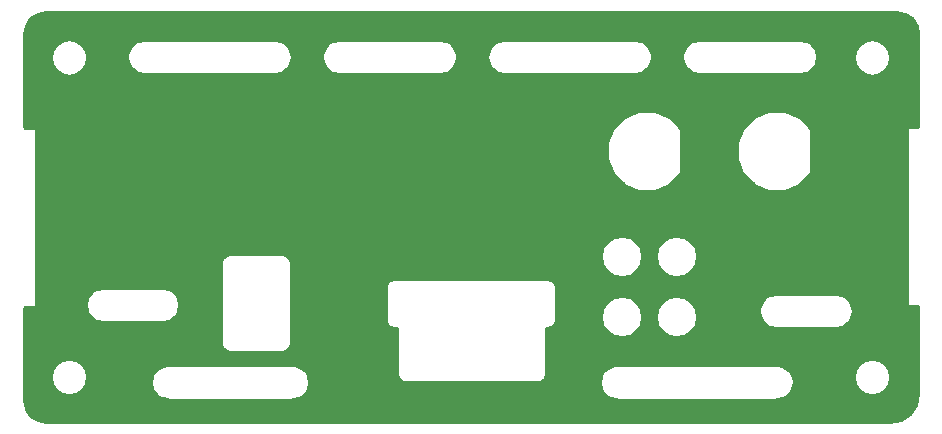
<source format=gbl>
G04 #@! TF.GenerationSoftware,KiCad,Pcbnew,(2017-06-07 revision 51bed4bae)-makepkg*
G04 #@! TF.CreationDate,2017-06-10T23:55:19+02:00*
G04 #@! TF.ProjectId,Rear_Panel_76x35,526561725F50616E656C5F3736783335,rev?*
G04 #@! TF.FileFunction,Copper,L2,Bot,Signal*
G04 #@! TF.FilePolarity,Positive*
%FSLAX46Y46*%
G04 Gerber Fmt 4.6, Leading zero omitted, Abs format (unit mm)*
G04 Created by KiCad (PCBNEW (2017-06-07 revision 51bed4bae)-makepkg) date 06/10/17 23:55:19*
%MOMM*%
%LPD*%
G01*
G04 APERTURE LIST*
%ADD10C,0.150000*%
%ADD11C,0.800000*%
%ADD12C,0.254000*%
G04 APERTURE END LIST*
D10*
D11*
X49000000Y-11920000D03*
X49515802Y-9995000D03*
X50925000Y-8585802D03*
X52850000Y-8070000D03*
X54775000Y-8585802D03*
X56184198Y-9995000D03*
X56200000Y-11920000D03*
X56184198Y-13845000D03*
X54775000Y-15254198D03*
X52850000Y-15770000D03*
X50925000Y-15254198D03*
X49515802Y-13845000D03*
X60515802Y-13845000D03*
X61925000Y-15254198D03*
X63850000Y-15770000D03*
X65775000Y-15254198D03*
X67184198Y-13845000D03*
X67200000Y-11920000D03*
X67184198Y-9995000D03*
X65775000Y-8585802D03*
X63850000Y-8070000D03*
X61925000Y-8585802D03*
X60515802Y-9995000D03*
X60000000Y-11920000D03*
D12*
G36*
X74687211Y-324663D02*
X75290742Y-727928D01*
X75694007Y-1331459D01*
X75838299Y-2056866D01*
X75838299Y-9749876D01*
X75823411Y-9824723D01*
X75788660Y-9876731D01*
X75736651Y-9911483D01*
X75661804Y-9926371D01*
X74985298Y-9926371D01*
X74932870Y-9936800D01*
X74888424Y-9966497D01*
X74858727Y-10010943D01*
X74848298Y-10063371D01*
X74848299Y-24903371D01*
X74858728Y-24955799D01*
X74888425Y-25000245D01*
X74932871Y-25029942D01*
X74985299Y-25040371D01*
X75661804Y-25040371D01*
X75736651Y-25055259D01*
X75788660Y-25090011D01*
X75823411Y-25142019D01*
X75838299Y-25216866D01*
X75838299Y-32529876D01*
X75656707Y-33442800D01*
X75147225Y-34205294D01*
X74384728Y-34714779D01*
X73471794Y-34896373D01*
X1998785Y-34906369D01*
X1273387Y-34762079D01*
X669856Y-34358814D01*
X266591Y-33755283D01*
X122299Y-33029876D01*
X122299Y-31078371D01*
X2393299Y-31078371D01*
X2510296Y-31666555D01*
X2843476Y-32165194D01*
X3342115Y-32498374D01*
X3930299Y-32615371D01*
X4518483Y-32498374D01*
X5017122Y-32165194D01*
X5350302Y-31666555D01*
X5386381Y-31485171D01*
X10863374Y-31485171D01*
X10863374Y-31567890D01*
X10958525Y-32046244D01*
X10990179Y-32122666D01*
X11261146Y-32528195D01*
X11276322Y-32543371D01*
X11319636Y-32586686D01*
X11725165Y-32857652D01*
X11801587Y-32889306D01*
X12279941Y-32984458D01*
X12300823Y-32984458D01*
X12321300Y-32988531D01*
X22821300Y-32988531D01*
X22841781Y-32984457D01*
X22862659Y-32984457D01*
X23341014Y-32889306D01*
X23363397Y-32880035D01*
X23417435Y-32857652D01*
X23822964Y-32586685D01*
X23866278Y-32543371D01*
X23881455Y-32528195D01*
X24152421Y-32122666D01*
X24184075Y-32046244D01*
X24279227Y-31567890D01*
X24279227Y-31485172D01*
X24184075Y-31006818D01*
X24179308Y-30995309D01*
X24152421Y-30930396D01*
X23881455Y-30524867D01*
X23841044Y-30484457D01*
X23822964Y-30466377D01*
X23417435Y-30195410D01*
X23363397Y-30173027D01*
X23341014Y-30163756D01*
X22862659Y-30068605D01*
X22841781Y-30068605D01*
X22821300Y-30064531D01*
X12321300Y-30064531D01*
X12300823Y-30068604D01*
X12279941Y-30068604D01*
X11801587Y-30163756D01*
X11725165Y-30195410D01*
X11319636Y-30466376D01*
X11301556Y-30484457D01*
X11261146Y-30524867D01*
X10990179Y-30930396D01*
X10976609Y-30963158D01*
X10958525Y-31006817D01*
X10863374Y-31485171D01*
X5386381Y-31485171D01*
X5467299Y-31078371D01*
X5350302Y-30490187D01*
X5017122Y-29991548D01*
X4518483Y-29658368D01*
X3930299Y-29541371D01*
X3342115Y-29658368D01*
X2843476Y-29991548D01*
X2510296Y-30490187D01*
X2393299Y-31078371D01*
X122299Y-31078371D01*
X122299Y-25316866D01*
X137187Y-25242019D01*
X171939Y-25190010D01*
X223947Y-25155259D01*
X298794Y-25140371D01*
X975299Y-25140371D01*
X1027727Y-25129942D01*
X1072173Y-25100245D01*
X1101870Y-25055799D01*
X1112299Y-25003371D01*
X1112299Y-24935171D01*
X5363374Y-24935171D01*
X5363374Y-25017890D01*
X5458525Y-25496244D01*
X5490179Y-25572666D01*
X5761146Y-25978195D01*
X5779195Y-25996244D01*
X5819636Y-26036686D01*
X6225165Y-26307652D01*
X6301587Y-26339306D01*
X6779941Y-26434458D01*
X6800823Y-26434458D01*
X6821300Y-26438531D01*
X11821300Y-26438531D01*
X11841781Y-26434457D01*
X11862659Y-26434457D01*
X12341014Y-26339306D01*
X12363397Y-26330035D01*
X12417435Y-26307652D01*
X12822964Y-26036685D01*
X12863405Y-25996244D01*
X12881455Y-25978195D01*
X13152421Y-25572666D01*
X13184075Y-25496244D01*
X13279227Y-25017890D01*
X13279227Y-24935172D01*
X13184075Y-24456818D01*
X13184075Y-24456817D01*
X13152421Y-24380396D01*
X12881455Y-23974867D01*
X12841044Y-23934457D01*
X12822964Y-23916377D01*
X12417435Y-23645410D01*
X12363397Y-23623027D01*
X12341014Y-23613756D01*
X11862659Y-23518605D01*
X11841781Y-23518605D01*
X11821300Y-23514531D01*
X6821300Y-23514531D01*
X6800823Y-23518604D01*
X6779941Y-23518604D01*
X6301587Y-23613756D01*
X6225165Y-23645410D01*
X5819636Y-23916376D01*
X5801556Y-23934457D01*
X5761146Y-23974867D01*
X5490179Y-24380396D01*
X5475276Y-24416376D01*
X5458525Y-24456817D01*
X5363374Y-24935171D01*
X1112299Y-24935171D01*
X1112299Y-21470151D01*
X16794154Y-21470151D01*
X16794154Y-28170151D01*
X16797688Y-28187917D01*
X16797672Y-28204515D01*
X16842892Y-28433001D01*
X16856054Y-28464864D01*
X16869165Y-28496690D01*
X16998822Y-28691545D01*
X17047562Y-28740473D01*
X17047566Y-28740475D01*
X17241916Y-28870878D01*
X17241917Y-28870879D01*
X17279119Y-28886372D01*
X17305670Y-28897430D01*
X17305671Y-28897430D01*
X17535135Y-28943532D01*
X17553134Y-28943567D01*
X17571154Y-28947151D01*
X21921154Y-28947151D01*
X21944084Y-28942590D01*
X21955880Y-28942587D01*
X22185031Y-28896946D01*
X22185037Y-28896946D01*
X22222412Y-28881453D01*
X22248835Y-28870501D01*
X22248838Y-28870498D01*
X22443083Y-28740637D01*
X22491905Y-28691791D01*
X22491907Y-28691787D01*
X22621666Y-28497481D01*
X22621668Y-28497479D01*
X22648081Y-28433667D01*
X22693608Y-28204488D01*
X22693605Y-28193020D01*
X22698154Y-28170151D01*
X22698154Y-23470151D01*
X30744154Y-23470151D01*
X30744154Y-26250151D01*
X30747555Y-26267249D01*
X30747555Y-26284682D01*
X30785615Y-26476024D01*
X30785615Y-26476025D01*
X30812044Y-26539830D01*
X30920429Y-26702039D01*
X30969264Y-26750874D01*
X31131475Y-26859261D01*
X31131476Y-26859262D01*
X31168852Y-26874743D01*
X31195280Y-26885690D01*
X31195281Y-26885690D01*
X31386624Y-26923750D01*
X31404056Y-26923750D01*
X31421154Y-26927151D01*
X31744154Y-26927151D01*
X31744154Y-30870151D01*
X31747555Y-30887249D01*
X31747555Y-30904682D01*
X31785615Y-31096024D01*
X31785615Y-31096025D01*
X31812044Y-31159830D01*
X31920429Y-31322039D01*
X31969264Y-31370874D01*
X32131475Y-31479261D01*
X32131476Y-31479262D01*
X32168852Y-31494743D01*
X32195280Y-31505690D01*
X32195281Y-31505690D01*
X32386624Y-31543750D01*
X32404056Y-31543750D01*
X32421154Y-31547151D01*
X43621154Y-31547151D01*
X43638252Y-31543750D01*
X43655685Y-31543750D01*
X43847027Y-31505690D01*
X43847028Y-31505690D01*
X43896565Y-31485171D01*
X48863374Y-31485171D01*
X48863374Y-31567890D01*
X48958525Y-32046244D01*
X48990179Y-32122666D01*
X49261146Y-32528195D01*
X49276322Y-32543371D01*
X49319636Y-32586686D01*
X49725165Y-32857652D01*
X49801587Y-32889306D01*
X50279941Y-32984458D01*
X50300823Y-32984458D01*
X50321300Y-32988531D01*
X63821300Y-32988531D01*
X63841781Y-32984457D01*
X63862659Y-32984457D01*
X64341014Y-32889306D01*
X64363397Y-32880035D01*
X64417435Y-32857652D01*
X64822964Y-32586685D01*
X64866278Y-32543371D01*
X64881455Y-32528195D01*
X65152421Y-32122666D01*
X65184075Y-32046244D01*
X65279227Y-31567890D01*
X65279227Y-31485172D01*
X65203055Y-31102235D01*
X70368927Y-31102235D01*
X70485924Y-31690419D01*
X70819104Y-32189058D01*
X71317743Y-32522238D01*
X71905927Y-32639235D01*
X72494111Y-32522238D01*
X72992750Y-32189058D01*
X73325930Y-31690419D01*
X73442927Y-31102235D01*
X73325930Y-30514051D01*
X72992750Y-30015412D01*
X72494111Y-29682232D01*
X71905927Y-29565235D01*
X71317743Y-29682232D01*
X70819104Y-30015412D01*
X70485924Y-30514051D01*
X70368927Y-31102235D01*
X65203055Y-31102235D01*
X65184075Y-31006818D01*
X65179308Y-30995309D01*
X65152421Y-30930396D01*
X64881455Y-30524867D01*
X64841044Y-30484457D01*
X64822964Y-30466377D01*
X64417435Y-30195410D01*
X64363397Y-30173027D01*
X64341014Y-30163756D01*
X63862659Y-30068605D01*
X63841781Y-30068605D01*
X63821300Y-30064531D01*
X50321300Y-30064531D01*
X50300823Y-30068604D01*
X50279941Y-30068604D01*
X49801587Y-30163756D01*
X49725165Y-30195410D01*
X49319636Y-30466376D01*
X49301556Y-30484457D01*
X49261146Y-30524867D01*
X48990179Y-30930396D01*
X48976609Y-30963158D01*
X48958525Y-31006817D01*
X48863374Y-31485171D01*
X43896565Y-31485171D01*
X43910833Y-31479261D01*
X44073044Y-31370874D01*
X44121879Y-31322039D01*
X44230264Y-31159830D01*
X44230265Y-31159829D01*
X44245746Y-31122453D01*
X44256693Y-31096025D01*
X44256693Y-31096024D01*
X44294753Y-30904681D01*
X44294753Y-30887249D01*
X44298154Y-30870151D01*
X44298154Y-26927151D01*
X44471154Y-26927151D01*
X44488252Y-26923750D01*
X44505685Y-26923750D01*
X44697027Y-26885690D01*
X44697028Y-26885690D01*
X44760833Y-26859261D01*
X44923044Y-26750874D01*
X44971879Y-26702039D01*
X45080264Y-26539830D01*
X45080265Y-26539829D01*
X45105794Y-26478195D01*
X45106693Y-26476025D01*
X45106693Y-26476024D01*
X45144753Y-26284681D01*
X45144753Y-26267249D01*
X45148154Y-26250151D01*
X45148154Y-25970151D01*
X48959300Y-25970151D01*
X49093424Y-26644439D01*
X49475378Y-27216073D01*
X50047012Y-27598027D01*
X50721300Y-27732151D01*
X51395588Y-27598027D01*
X51967222Y-27216073D01*
X52349176Y-26644439D01*
X52483300Y-25970151D01*
X53608544Y-25970151D01*
X53742668Y-26644439D01*
X54124622Y-27216073D01*
X54696256Y-27598027D01*
X55370544Y-27732151D01*
X56044832Y-27598027D01*
X56616466Y-27216073D01*
X56998420Y-26644439D01*
X57132544Y-25970151D01*
X57026131Y-25435171D01*
X62363374Y-25435171D01*
X62363374Y-25517890D01*
X62458525Y-25996244D01*
X62490179Y-26072666D01*
X62761146Y-26478195D01*
X62788318Y-26505367D01*
X62819636Y-26536686D01*
X63225165Y-26807652D01*
X63301587Y-26839306D01*
X63779941Y-26934458D01*
X63800823Y-26934458D01*
X63821300Y-26938531D01*
X68821300Y-26938531D01*
X68841781Y-26934457D01*
X68862659Y-26934457D01*
X69341014Y-26839306D01*
X69363397Y-26830035D01*
X69417435Y-26807652D01*
X69822964Y-26536685D01*
X69854282Y-26505367D01*
X69881455Y-26478195D01*
X70152421Y-26072666D01*
X70184075Y-25996244D01*
X70279227Y-25517890D01*
X70279227Y-25435172D01*
X70184075Y-24956818D01*
X70182466Y-24952934D01*
X70152421Y-24880396D01*
X69881455Y-24474867D01*
X69841044Y-24434457D01*
X69822964Y-24416377D01*
X69417435Y-24145410D01*
X69363397Y-24123027D01*
X69341014Y-24113756D01*
X68862659Y-24018605D01*
X68841781Y-24018605D01*
X68821300Y-24014531D01*
X63821300Y-24014531D01*
X63800823Y-24018604D01*
X63779941Y-24018604D01*
X63301587Y-24113756D01*
X63225165Y-24145410D01*
X62819636Y-24416376D01*
X62801556Y-24434457D01*
X62761146Y-24474867D01*
X62490179Y-24880396D01*
X62470769Y-24927258D01*
X62458525Y-24956817D01*
X62363374Y-25435171D01*
X57026131Y-25435171D01*
X56998420Y-25295863D01*
X56616466Y-24724229D01*
X56044832Y-24342275D01*
X55370544Y-24208151D01*
X54696256Y-24342275D01*
X54124622Y-24724229D01*
X53742668Y-25295863D01*
X53608544Y-25970151D01*
X52483300Y-25970151D01*
X52349176Y-25295863D01*
X51967222Y-24724229D01*
X51395588Y-24342275D01*
X50721300Y-24208151D01*
X50047012Y-24342275D01*
X49475378Y-24724229D01*
X49093424Y-25295863D01*
X48959300Y-25970151D01*
X45148154Y-25970151D01*
X45148154Y-23470151D01*
X45144753Y-23453053D01*
X45144753Y-23435621D01*
X45106693Y-23244278D01*
X45080265Y-23180473D01*
X45080264Y-23180472D01*
X44971877Y-23018261D01*
X44923042Y-22969426D01*
X44760833Y-22861041D01*
X44697028Y-22834612D01*
X44697027Y-22834612D01*
X44505685Y-22796552D01*
X44488252Y-22796552D01*
X44471154Y-22793151D01*
X31421154Y-22793151D01*
X31404056Y-22796552D01*
X31386624Y-22796552D01*
X31195281Y-22834612D01*
X31195280Y-22834612D01*
X31170218Y-22844993D01*
X31131476Y-22861040D01*
X31131475Y-22861041D01*
X30969266Y-22969426D01*
X30920431Y-23018261D01*
X30812044Y-23180472D01*
X30812044Y-23180473D01*
X30785615Y-23244278D01*
X30747555Y-23435620D01*
X30747555Y-23453053D01*
X30744154Y-23470151D01*
X22698154Y-23470151D01*
X22698154Y-21470151D01*
X22695088Y-21454735D01*
X22695219Y-21436900D01*
X22652855Y-21215405D01*
X22640127Y-21184026D01*
X22627610Y-21152500D01*
X22500384Y-20955879D01*
X22452275Y-20906330D01*
X22452272Y-20906329D01*
X22409069Y-20876531D01*
X48959300Y-20876531D01*
X49093424Y-21550819D01*
X49475378Y-22122453D01*
X50047012Y-22504407D01*
X50721300Y-22638531D01*
X51395588Y-22504407D01*
X51967222Y-22122453D01*
X52349176Y-21550819D01*
X52483300Y-20876531D01*
X53609300Y-20876531D01*
X53743424Y-21550819D01*
X54125378Y-22122453D01*
X54697012Y-22504407D01*
X55371300Y-22638531D01*
X56045588Y-22504407D01*
X56617222Y-22122453D01*
X56999176Y-21550819D01*
X57133300Y-20876531D01*
X56999176Y-20202243D01*
X56617222Y-19630609D01*
X56045588Y-19248655D01*
X55371300Y-19114531D01*
X54697012Y-19248655D01*
X54125378Y-19630609D01*
X53743424Y-20202243D01*
X53609300Y-20876531D01*
X52483300Y-20876531D01*
X52349176Y-20202243D01*
X51967222Y-19630609D01*
X51395588Y-19248655D01*
X50721300Y-19114531D01*
X50047012Y-19248655D01*
X49475378Y-19630609D01*
X49093424Y-20202243D01*
X48959300Y-20876531D01*
X22409069Y-20876531D01*
X22259488Y-20773364D01*
X22196080Y-20745997D01*
X22196075Y-20745997D01*
X21967086Y-20696929D01*
X21937991Y-20696500D01*
X21921154Y-20693151D01*
X17571154Y-20693151D01*
X17559864Y-20695397D01*
X17536645Y-20695394D01*
X17306758Y-20741091D01*
X17306755Y-20741091D01*
X17306752Y-20741092D01*
X17306733Y-20741096D01*
X17276463Y-20753630D01*
X17242943Y-20767504D01*
X17047882Y-20897769D01*
X16999035Y-20946591D01*
X16999033Y-20946595D01*
X16868677Y-21141581D01*
X16868672Y-21141586D01*
X16853180Y-21178962D01*
X16842227Y-21205385D01*
X16842227Y-21205390D01*
X16796410Y-21435425D01*
X16796404Y-21458840D01*
X16794154Y-21470151D01*
X1112299Y-21470151D01*
X1112299Y-12549019D01*
X49458948Y-12549019D01*
X49474207Y-12626344D01*
X49474208Y-12626345D01*
X49957791Y-13798833D01*
X49957792Y-13798838D01*
X49963618Y-13807585D01*
X50001481Y-13864438D01*
X50001484Y-13864440D01*
X50896946Y-14762616D01*
X50896948Y-14762619D01*
X50923222Y-14780233D01*
X50962415Y-14806507D01*
X50962420Y-14806508D01*
X52133435Y-15293636D01*
X52133439Y-15293639D01*
X52210717Y-15309132D01*
X53479019Y-15311052D01*
X53556344Y-15295793D01*
X53556346Y-15295791D01*
X54728833Y-14812209D01*
X54728838Y-14812208D01*
X54768214Y-14785984D01*
X54794438Y-14768519D01*
X54794440Y-14768516D01*
X55692619Y-13873051D01*
X55692704Y-13872924D01*
X55692836Y-13872836D01*
X55714752Y-13840037D01*
X55736507Y-13807585D01*
X55736538Y-13807431D01*
X55736624Y-13807302D01*
X55744181Y-13769310D01*
X55752001Y-13730306D01*
X55751970Y-13730150D01*
X55752000Y-13730000D01*
X55752000Y-12549019D01*
X60458948Y-12549019D01*
X60474207Y-12626344D01*
X60474208Y-12626345D01*
X60957791Y-13798833D01*
X60957792Y-13798838D01*
X60963618Y-13807585D01*
X61001481Y-13864438D01*
X61001484Y-13864440D01*
X61896946Y-14762616D01*
X61896948Y-14762619D01*
X61923222Y-14780233D01*
X61962415Y-14806507D01*
X61962420Y-14806508D01*
X63133435Y-15293636D01*
X63133439Y-15293639D01*
X63210717Y-15309132D01*
X64479019Y-15311052D01*
X64556344Y-15295793D01*
X64556346Y-15295791D01*
X65728833Y-14812209D01*
X65728838Y-14812208D01*
X65768214Y-14785984D01*
X65794438Y-14768519D01*
X65794440Y-14768516D01*
X66692619Y-13873051D01*
X66692704Y-13872924D01*
X66692836Y-13872836D01*
X66714752Y-13840037D01*
X66736507Y-13807585D01*
X66736538Y-13807431D01*
X66736624Y-13807302D01*
X66744181Y-13769310D01*
X66752001Y-13730306D01*
X66751970Y-13730150D01*
X66752000Y-13730000D01*
X66752000Y-10110005D01*
X66752001Y-10110000D01*
X66736624Y-10032698D01*
X66692836Y-9967164D01*
X65802836Y-9077164D01*
X65769958Y-9055196D01*
X65737585Y-9033494D01*
X65737303Y-9033377D01*
X65737302Y-9033376D01*
X65737301Y-9033376D01*
X64566562Y-8546362D01*
X64566563Y-8546362D01*
X64566561Y-8546361D01*
X64504776Y-8533974D01*
X64489283Y-8530868D01*
X64489282Y-8530868D01*
X63220981Y-8528948D01*
X63143656Y-8544207D01*
X61971167Y-9027791D01*
X61971162Y-9027792D01*
X61905563Y-9071481D01*
X61007381Y-9966948D01*
X60963493Y-10032415D01*
X60963492Y-10032420D01*
X60476363Y-11203437D01*
X60476361Y-11203439D01*
X60460868Y-11280718D01*
X60458948Y-12549019D01*
X55752000Y-12549019D01*
X55752000Y-10110005D01*
X55752001Y-10110000D01*
X55736624Y-10032698D01*
X55692836Y-9967164D01*
X54802836Y-9077164D01*
X54769958Y-9055196D01*
X54737585Y-9033494D01*
X54737303Y-9033377D01*
X54737302Y-9033376D01*
X54737301Y-9033376D01*
X53566562Y-8546362D01*
X53566563Y-8546362D01*
X53566561Y-8546361D01*
X53504776Y-8533974D01*
X53489283Y-8530868D01*
X53489282Y-8530868D01*
X52220981Y-8528948D01*
X52143656Y-8544207D01*
X50971167Y-9027791D01*
X50971162Y-9027792D01*
X50905563Y-9071481D01*
X50007381Y-9966948D01*
X49963493Y-10032415D01*
X49963492Y-10032420D01*
X49476363Y-11203437D01*
X49476361Y-11203439D01*
X49460868Y-11280718D01*
X49458948Y-12549019D01*
X1112299Y-12549019D01*
X1112299Y-10163371D01*
X1101870Y-10110943D01*
X1072173Y-10066497D01*
X1027727Y-10036800D01*
X975299Y-10026371D01*
X298794Y-10026371D01*
X223947Y-10011483D01*
X171939Y-9976732D01*
X137187Y-9924723D01*
X122299Y-9849876D01*
X122299Y-4028371D01*
X2393299Y-4028371D01*
X2510296Y-4616555D01*
X2843476Y-5115194D01*
X3342115Y-5448374D01*
X3930299Y-5565371D01*
X4518483Y-5448374D01*
X5017122Y-5115194D01*
X5350302Y-4616555D01*
X5467299Y-4028371D01*
X5448761Y-3935171D01*
X8863374Y-3935171D01*
X8863374Y-4017890D01*
X8958525Y-4496244D01*
X8990179Y-4572666D01*
X9261146Y-4978195D01*
X9290391Y-5007440D01*
X9319636Y-5036686D01*
X9725165Y-5307652D01*
X9801587Y-5339306D01*
X10279941Y-5434458D01*
X10300823Y-5434458D01*
X10321300Y-5438531D01*
X21321300Y-5438531D01*
X21341781Y-5434457D01*
X21362659Y-5434457D01*
X21841014Y-5339306D01*
X21863397Y-5330035D01*
X21917435Y-5307652D01*
X22322964Y-5036685D01*
X22352209Y-5007440D01*
X22381455Y-4978195D01*
X22652421Y-4572666D01*
X22684075Y-4496244D01*
X22779227Y-4017890D01*
X22779227Y-3935172D01*
X22779227Y-3935171D01*
X25363374Y-3935171D01*
X25363374Y-4017890D01*
X25458525Y-4496244D01*
X25490179Y-4572666D01*
X25761146Y-4978195D01*
X25790391Y-5007440D01*
X25819636Y-5036686D01*
X26225165Y-5307652D01*
X26301587Y-5339306D01*
X26779941Y-5434458D01*
X26800823Y-5434458D01*
X26821300Y-5438531D01*
X35321300Y-5438531D01*
X35341781Y-5434457D01*
X35362659Y-5434457D01*
X35841014Y-5339306D01*
X35863397Y-5330035D01*
X35917435Y-5307652D01*
X36322964Y-5036685D01*
X36352209Y-5007440D01*
X36381455Y-4978195D01*
X36652421Y-4572666D01*
X36684075Y-4496244D01*
X36779227Y-4017890D01*
X36779227Y-3935172D01*
X36779227Y-3935171D01*
X39363374Y-3935171D01*
X39363374Y-4017890D01*
X39458525Y-4496244D01*
X39490179Y-4572666D01*
X39761146Y-4978195D01*
X39790391Y-5007440D01*
X39819636Y-5036686D01*
X40225165Y-5307652D01*
X40301587Y-5339306D01*
X40779941Y-5434458D01*
X40800823Y-5434458D01*
X40821300Y-5438531D01*
X51821300Y-5438531D01*
X51841781Y-5434457D01*
X51862659Y-5434457D01*
X52341014Y-5339306D01*
X52363397Y-5330035D01*
X52417435Y-5307652D01*
X52822964Y-5036685D01*
X52852209Y-5007440D01*
X52881455Y-4978195D01*
X53152421Y-4572666D01*
X53184075Y-4496244D01*
X53279227Y-4017890D01*
X53279227Y-3935172D01*
X53279227Y-3935171D01*
X55863374Y-3935171D01*
X55863374Y-4017890D01*
X55958525Y-4496244D01*
X55990179Y-4572666D01*
X56261146Y-4978195D01*
X56290391Y-5007440D01*
X56319636Y-5036686D01*
X56725165Y-5307652D01*
X56801587Y-5339306D01*
X57279941Y-5434458D01*
X57300823Y-5434458D01*
X57321300Y-5438531D01*
X65821300Y-5438531D01*
X65841781Y-5434457D01*
X65862659Y-5434457D01*
X66341014Y-5339306D01*
X66363397Y-5330035D01*
X66417435Y-5307652D01*
X66822964Y-5036685D01*
X66852209Y-5007440D01*
X66881455Y-4978195D01*
X67152421Y-4572666D01*
X67184075Y-4496244D01*
X67277142Y-4028371D01*
X70393299Y-4028371D01*
X70510296Y-4616555D01*
X70843476Y-5115194D01*
X71342115Y-5448374D01*
X71930299Y-5565371D01*
X72518483Y-5448374D01*
X73017122Y-5115194D01*
X73350302Y-4616555D01*
X73467299Y-4028371D01*
X73350302Y-3440187D01*
X73017122Y-2941548D01*
X72518483Y-2608368D01*
X71930299Y-2491371D01*
X71342115Y-2608368D01*
X70843476Y-2941548D01*
X70510296Y-3440187D01*
X70393299Y-4028371D01*
X67277142Y-4028371D01*
X67279227Y-4017890D01*
X67279227Y-3935172D01*
X67184075Y-3456818D01*
X67177186Y-3440187D01*
X67152421Y-3380396D01*
X66881455Y-2974867D01*
X66841044Y-2934457D01*
X66822964Y-2916377D01*
X66417435Y-2645410D01*
X66363397Y-2623027D01*
X66341014Y-2613756D01*
X65862659Y-2518605D01*
X65841781Y-2518605D01*
X65821300Y-2514531D01*
X57321300Y-2514531D01*
X57300823Y-2518604D01*
X57279941Y-2518604D01*
X56801587Y-2613756D01*
X56725165Y-2645410D01*
X56319636Y-2916376D01*
X56301556Y-2934457D01*
X56261146Y-2974867D01*
X55990179Y-3380396D01*
X55967796Y-3434434D01*
X55958525Y-3456817D01*
X55863374Y-3935171D01*
X53279227Y-3935171D01*
X53184075Y-3456818D01*
X53177186Y-3440187D01*
X53152421Y-3380396D01*
X52881455Y-2974867D01*
X52841044Y-2934457D01*
X52822964Y-2916377D01*
X52417435Y-2645410D01*
X52363397Y-2623027D01*
X52341014Y-2613756D01*
X51862659Y-2518605D01*
X51841781Y-2518605D01*
X51821300Y-2514531D01*
X40821300Y-2514531D01*
X40800823Y-2518604D01*
X40779941Y-2518604D01*
X40301587Y-2613756D01*
X40225165Y-2645410D01*
X39819636Y-2916376D01*
X39801556Y-2934457D01*
X39761146Y-2974867D01*
X39490179Y-3380396D01*
X39467796Y-3434434D01*
X39458525Y-3456817D01*
X39363374Y-3935171D01*
X36779227Y-3935171D01*
X36684075Y-3456818D01*
X36677186Y-3440187D01*
X36652421Y-3380396D01*
X36381455Y-2974867D01*
X36341044Y-2934457D01*
X36322964Y-2916377D01*
X35917435Y-2645410D01*
X35863397Y-2623027D01*
X35841014Y-2613756D01*
X35362659Y-2518605D01*
X35341781Y-2518605D01*
X35321300Y-2514531D01*
X26821300Y-2514531D01*
X26800823Y-2518604D01*
X26779941Y-2518604D01*
X26301587Y-2613756D01*
X26225165Y-2645410D01*
X25819636Y-2916376D01*
X25801556Y-2934457D01*
X25761146Y-2974867D01*
X25490179Y-3380396D01*
X25467796Y-3434434D01*
X25458525Y-3456817D01*
X25363374Y-3935171D01*
X22779227Y-3935171D01*
X22684075Y-3456818D01*
X22677186Y-3440187D01*
X22652421Y-3380396D01*
X22381455Y-2974867D01*
X22341044Y-2934457D01*
X22322964Y-2916377D01*
X21917435Y-2645410D01*
X21863397Y-2623027D01*
X21841014Y-2613756D01*
X21362659Y-2518605D01*
X21341781Y-2518605D01*
X21321300Y-2514531D01*
X10321300Y-2514531D01*
X10300823Y-2518604D01*
X10279941Y-2518604D01*
X9801587Y-2613756D01*
X9725165Y-2645410D01*
X9319636Y-2916376D01*
X9301556Y-2934457D01*
X9261146Y-2974867D01*
X8990179Y-3380396D01*
X8967796Y-3434434D01*
X8958525Y-3456817D01*
X8863374Y-3935171D01*
X5448761Y-3935171D01*
X5350302Y-3440187D01*
X5017122Y-2941548D01*
X4518483Y-2608368D01*
X3930299Y-2491371D01*
X3342115Y-2608368D01*
X2843476Y-2941548D01*
X2510296Y-3440187D01*
X2393299Y-4028371D01*
X122299Y-4028371D01*
X122299Y-2056867D01*
X266591Y-1331460D01*
X669856Y-727929D01*
X1273384Y-324664D01*
X1998793Y-180371D01*
X73961804Y-180371D01*
X74687211Y-324663D01*
X74687211Y-324663D01*
G37*
X74687211Y-324663D02*
X75290742Y-727928D01*
X75694007Y-1331459D01*
X75838299Y-2056866D01*
X75838299Y-9749876D01*
X75823411Y-9824723D01*
X75788660Y-9876731D01*
X75736651Y-9911483D01*
X75661804Y-9926371D01*
X74985298Y-9926371D01*
X74932870Y-9936800D01*
X74888424Y-9966497D01*
X74858727Y-10010943D01*
X74848298Y-10063371D01*
X74848299Y-24903371D01*
X74858728Y-24955799D01*
X74888425Y-25000245D01*
X74932871Y-25029942D01*
X74985299Y-25040371D01*
X75661804Y-25040371D01*
X75736651Y-25055259D01*
X75788660Y-25090011D01*
X75823411Y-25142019D01*
X75838299Y-25216866D01*
X75838299Y-32529876D01*
X75656707Y-33442800D01*
X75147225Y-34205294D01*
X74384728Y-34714779D01*
X73471794Y-34896373D01*
X1998785Y-34906369D01*
X1273387Y-34762079D01*
X669856Y-34358814D01*
X266591Y-33755283D01*
X122299Y-33029876D01*
X122299Y-31078371D01*
X2393299Y-31078371D01*
X2510296Y-31666555D01*
X2843476Y-32165194D01*
X3342115Y-32498374D01*
X3930299Y-32615371D01*
X4518483Y-32498374D01*
X5017122Y-32165194D01*
X5350302Y-31666555D01*
X5386381Y-31485171D01*
X10863374Y-31485171D01*
X10863374Y-31567890D01*
X10958525Y-32046244D01*
X10990179Y-32122666D01*
X11261146Y-32528195D01*
X11276322Y-32543371D01*
X11319636Y-32586686D01*
X11725165Y-32857652D01*
X11801587Y-32889306D01*
X12279941Y-32984458D01*
X12300823Y-32984458D01*
X12321300Y-32988531D01*
X22821300Y-32988531D01*
X22841781Y-32984457D01*
X22862659Y-32984457D01*
X23341014Y-32889306D01*
X23363397Y-32880035D01*
X23417435Y-32857652D01*
X23822964Y-32586685D01*
X23866278Y-32543371D01*
X23881455Y-32528195D01*
X24152421Y-32122666D01*
X24184075Y-32046244D01*
X24279227Y-31567890D01*
X24279227Y-31485172D01*
X24184075Y-31006818D01*
X24179308Y-30995309D01*
X24152421Y-30930396D01*
X23881455Y-30524867D01*
X23841044Y-30484457D01*
X23822964Y-30466377D01*
X23417435Y-30195410D01*
X23363397Y-30173027D01*
X23341014Y-30163756D01*
X22862659Y-30068605D01*
X22841781Y-30068605D01*
X22821300Y-30064531D01*
X12321300Y-30064531D01*
X12300823Y-30068604D01*
X12279941Y-30068604D01*
X11801587Y-30163756D01*
X11725165Y-30195410D01*
X11319636Y-30466376D01*
X11301556Y-30484457D01*
X11261146Y-30524867D01*
X10990179Y-30930396D01*
X10976609Y-30963158D01*
X10958525Y-31006817D01*
X10863374Y-31485171D01*
X5386381Y-31485171D01*
X5467299Y-31078371D01*
X5350302Y-30490187D01*
X5017122Y-29991548D01*
X4518483Y-29658368D01*
X3930299Y-29541371D01*
X3342115Y-29658368D01*
X2843476Y-29991548D01*
X2510296Y-30490187D01*
X2393299Y-31078371D01*
X122299Y-31078371D01*
X122299Y-25316866D01*
X137187Y-25242019D01*
X171939Y-25190010D01*
X223947Y-25155259D01*
X298794Y-25140371D01*
X975299Y-25140371D01*
X1027727Y-25129942D01*
X1072173Y-25100245D01*
X1101870Y-25055799D01*
X1112299Y-25003371D01*
X1112299Y-24935171D01*
X5363374Y-24935171D01*
X5363374Y-25017890D01*
X5458525Y-25496244D01*
X5490179Y-25572666D01*
X5761146Y-25978195D01*
X5779195Y-25996244D01*
X5819636Y-26036686D01*
X6225165Y-26307652D01*
X6301587Y-26339306D01*
X6779941Y-26434458D01*
X6800823Y-26434458D01*
X6821300Y-26438531D01*
X11821300Y-26438531D01*
X11841781Y-26434457D01*
X11862659Y-26434457D01*
X12341014Y-26339306D01*
X12363397Y-26330035D01*
X12417435Y-26307652D01*
X12822964Y-26036685D01*
X12863405Y-25996244D01*
X12881455Y-25978195D01*
X13152421Y-25572666D01*
X13184075Y-25496244D01*
X13279227Y-25017890D01*
X13279227Y-24935172D01*
X13184075Y-24456818D01*
X13184075Y-24456817D01*
X13152421Y-24380396D01*
X12881455Y-23974867D01*
X12841044Y-23934457D01*
X12822964Y-23916377D01*
X12417435Y-23645410D01*
X12363397Y-23623027D01*
X12341014Y-23613756D01*
X11862659Y-23518605D01*
X11841781Y-23518605D01*
X11821300Y-23514531D01*
X6821300Y-23514531D01*
X6800823Y-23518604D01*
X6779941Y-23518604D01*
X6301587Y-23613756D01*
X6225165Y-23645410D01*
X5819636Y-23916376D01*
X5801556Y-23934457D01*
X5761146Y-23974867D01*
X5490179Y-24380396D01*
X5475276Y-24416376D01*
X5458525Y-24456817D01*
X5363374Y-24935171D01*
X1112299Y-24935171D01*
X1112299Y-21470151D01*
X16794154Y-21470151D01*
X16794154Y-28170151D01*
X16797688Y-28187917D01*
X16797672Y-28204515D01*
X16842892Y-28433001D01*
X16856054Y-28464864D01*
X16869165Y-28496690D01*
X16998822Y-28691545D01*
X17047562Y-28740473D01*
X17047566Y-28740475D01*
X17241916Y-28870878D01*
X17241917Y-28870879D01*
X17279119Y-28886372D01*
X17305670Y-28897430D01*
X17305671Y-28897430D01*
X17535135Y-28943532D01*
X17553134Y-28943567D01*
X17571154Y-28947151D01*
X21921154Y-28947151D01*
X21944084Y-28942590D01*
X21955880Y-28942587D01*
X22185031Y-28896946D01*
X22185037Y-28896946D01*
X22222412Y-28881453D01*
X22248835Y-28870501D01*
X22248838Y-28870498D01*
X22443083Y-28740637D01*
X22491905Y-28691791D01*
X22491907Y-28691787D01*
X22621666Y-28497481D01*
X22621668Y-28497479D01*
X22648081Y-28433667D01*
X22693608Y-28204488D01*
X22693605Y-28193020D01*
X22698154Y-28170151D01*
X22698154Y-23470151D01*
X30744154Y-23470151D01*
X30744154Y-26250151D01*
X30747555Y-26267249D01*
X30747555Y-26284682D01*
X30785615Y-26476024D01*
X30785615Y-26476025D01*
X30812044Y-26539830D01*
X30920429Y-26702039D01*
X30969264Y-26750874D01*
X31131475Y-26859261D01*
X31131476Y-26859262D01*
X31168852Y-26874743D01*
X31195280Y-26885690D01*
X31195281Y-26885690D01*
X31386624Y-26923750D01*
X31404056Y-26923750D01*
X31421154Y-26927151D01*
X31744154Y-26927151D01*
X31744154Y-30870151D01*
X31747555Y-30887249D01*
X31747555Y-30904682D01*
X31785615Y-31096024D01*
X31785615Y-31096025D01*
X31812044Y-31159830D01*
X31920429Y-31322039D01*
X31969264Y-31370874D01*
X32131475Y-31479261D01*
X32131476Y-31479262D01*
X32168852Y-31494743D01*
X32195280Y-31505690D01*
X32195281Y-31505690D01*
X32386624Y-31543750D01*
X32404056Y-31543750D01*
X32421154Y-31547151D01*
X43621154Y-31547151D01*
X43638252Y-31543750D01*
X43655685Y-31543750D01*
X43847027Y-31505690D01*
X43847028Y-31505690D01*
X43896565Y-31485171D01*
X48863374Y-31485171D01*
X48863374Y-31567890D01*
X48958525Y-32046244D01*
X48990179Y-32122666D01*
X49261146Y-32528195D01*
X49276322Y-32543371D01*
X49319636Y-32586686D01*
X49725165Y-32857652D01*
X49801587Y-32889306D01*
X50279941Y-32984458D01*
X50300823Y-32984458D01*
X50321300Y-32988531D01*
X63821300Y-32988531D01*
X63841781Y-32984457D01*
X63862659Y-32984457D01*
X64341014Y-32889306D01*
X64363397Y-32880035D01*
X64417435Y-32857652D01*
X64822964Y-32586685D01*
X64866278Y-32543371D01*
X64881455Y-32528195D01*
X65152421Y-32122666D01*
X65184075Y-32046244D01*
X65279227Y-31567890D01*
X65279227Y-31485172D01*
X65203055Y-31102235D01*
X70368927Y-31102235D01*
X70485924Y-31690419D01*
X70819104Y-32189058D01*
X71317743Y-32522238D01*
X71905927Y-32639235D01*
X72494111Y-32522238D01*
X72992750Y-32189058D01*
X73325930Y-31690419D01*
X73442927Y-31102235D01*
X73325930Y-30514051D01*
X72992750Y-30015412D01*
X72494111Y-29682232D01*
X71905927Y-29565235D01*
X71317743Y-29682232D01*
X70819104Y-30015412D01*
X70485924Y-30514051D01*
X70368927Y-31102235D01*
X65203055Y-31102235D01*
X65184075Y-31006818D01*
X65179308Y-30995309D01*
X65152421Y-30930396D01*
X64881455Y-30524867D01*
X64841044Y-30484457D01*
X64822964Y-30466377D01*
X64417435Y-30195410D01*
X64363397Y-30173027D01*
X64341014Y-30163756D01*
X63862659Y-30068605D01*
X63841781Y-30068605D01*
X63821300Y-30064531D01*
X50321300Y-30064531D01*
X50300823Y-30068604D01*
X50279941Y-30068604D01*
X49801587Y-30163756D01*
X49725165Y-30195410D01*
X49319636Y-30466376D01*
X49301556Y-30484457D01*
X49261146Y-30524867D01*
X48990179Y-30930396D01*
X48976609Y-30963158D01*
X48958525Y-31006817D01*
X48863374Y-31485171D01*
X43896565Y-31485171D01*
X43910833Y-31479261D01*
X44073044Y-31370874D01*
X44121879Y-31322039D01*
X44230264Y-31159830D01*
X44230265Y-31159829D01*
X44245746Y-31122453D01*
X44256693Y-31096025D01*
X44256693Y-31096024D01*
X44294753Y-30904681D01*
X44294753Y-30887249D01*
X44298154Y-30870151D01*
X44298154Y-26927151D01*
X44471154Y-26927151D01*
X44488252Y-26923750D01*
X44505685Y-26923750D01*
X44697027Y-26885690D01*
X44697028Y-26885690D01*
X44760833Y-26859261D01*
X44923044Y-26750874D01*
X44971879Y-26702039D01*
X45080264Y-26539830D01*
X45080265Y-26539829D01*
X45105794Y-26478195D01*
X45106693Y-26476025D01*
X45106693Y-26476024D01*
X45144753Y-26284681D01*
X45144753Y-26267249D01*
X45148154Y-26250151D01*
X45148154Y-25970151D01*
X48959300Y-25970151D01*
X49093424Y-26644439D01*
X49475378Y-27216073D01*
X50047012Y-27598027D01*
X50721300Y-27732151D01*
X51395588Y-27598027D01*
X51967222Y-27216073D01*
X52349176Y-26644439D01*
X52483300Y-25970151D01*
X53608544Y-25970151D01*
X53742668Y-26644439D01*
X54124622Y-27216073D01*
X54696256Y-27598027D01*
X55370544Y-27732151D01*
X56044832Y-27598027D01*
X56616466Y-27216073D01*
X56998420Y-26644439D01*
X57132544Y-25970151D01*
X57026131Y-25435171D01*
X62363374Y-25435171D01*
X62363374Y-25517890D01*
X62458525Y-25996244D01*
X62490179Y-26072666D01*
X62761146Y-26478195D01*
X62788318Y-26505367D01*
X62819636Y-26536686D01*
X63225165Y-26807652D01*
X63301587Y-26839306D01*
X63779941Y-26934458D01*
X63800823Y-26934458D01*
X63821300Y-26938531D01*
X68821300Y-26938531D01*
X68841781Y-26934457D01*
X68862659Y-26934457D01*
X69341014Y-26839306D01*
X69363397Y-26830035D01*
X69417435Y-26807652D01*
X69822964Y-26536685D01*
X69854282Y-26505367D01*
X69881455Y-26478195D01*
X70152421Y-26072666D01*
X70184075Y-25996244D01*
X70279227Y-25517890D01*
X70279227Y-25435172D01*
X70184075Y-24956818D01*
X70182466Y-24952934D01*
X70152421Y-24880396D01*
X69881455Y-24474867D01*
X69841044Y-24434457D01*
X69822964Y-24416377D01*
X69417435Y-24145410D01*
X69363397Y-24123027D01*
X69341014Y-24113756D01*
X68862659Y-24018605D01*
X68841781Y-24018605D01*
X68821300Y-24014531D01*
X63821300Y-24014531D01*
X63800823Y-24018604D01*
X63779941Y-24018604D01*
X63301587Y-24113756D01*
X63225165Y-24145410D01*
X62819636Y-24416376D01*
X62801556Y-24434457D01*
X62761146Y-24474867D01*
X62490179Y-24880396D01*
X62470769Y-24927258D01*
X62458525Y-24956817D01*
X62363374Y-25435171D01*
X57026131Y-25435171D01*
X56998420Y-25295863D01*
X56616466Y-24724229D01*
X56044832Y-24342275D01*
X55370544Y-24208151D01*
X54696256Y-24342275D01*
X54124622Y-24724229D01*
X53742668Y-25295863D01*
X53608544Y-25970151D01*
X52483300Y-25970151D01*
X52349176Y-25295863D01*
X51967222Y-24724229D01*
X51395588Y-24342275D01*
X50721300Y-24208151D01*
X50047012Y-24342275D01*
X49475378Y-24724229D01*
X49093424Y-25295863D01*
X48959300Y-25970151D01*
X45148154Y-25970151D01*
X45148154Y-23470151D01*
X45144753Y-23453053D01*
X45144753Y-23435621D01*
X45106693Y-23244278D01*
X45080265Y-23180473D01*
X45080264Y-23180472D01*
X44971877Y-23018261D01*
X44923042Y-22969426D01*
X44760833Y-22861041D01*
X44697028Y-22834612D01*
X44697027Y-22834612D01*
X44505685Y-22796552D01*
X44488252Y-22796552D01*
X44471154Y-22793151D01*
X31421154Y-22793151D01*
X31404056Y-22796552D01*
X31386624Y-22796552D01*
X31195281Y-22834612D01*
X31195280Y-22834612D01*
X31170218Y-22844993D01*
X31131476Y-22861040D01*
X31131475Y-22861041D01*
X30969266Y-22969426D01*
X30920431Y-23018261D01*
X30812044Y-23180472D01*
X30812044Y-23180473D01*
X30785615Y-23244278D01*
X30747555Y-23435620D01*
X30747555Y-23453053D01*
X30744154Y-23470151D01*
X22698154Y-23470151D01*
X22698154Y-21470151D01*
X22695088Y-21454735D01*
X22695219Y-21436900D01*
X22652855Y-21215405D01*
X22640127Y-21184026D01*
X22627610Y-21152500D01*
X22500384Y-20955879D01*
X22452275Y-20906330D01*
X22452272Y-20906329D01*
X22409069Y-20876531D01*
X48959300Y-20876531D01*
X49093424Y-21550819D01*
X49475378Y-22122453D01*
X50047012Y-22504407D01*
X50721300Y-22638531D01*
X51395588Y-22504407D01*
X51967222Y-22122453D01*
X52349176Y-21550819D01*
X52483300Y-20876531D01*
X53609300Y-20876531D01*
X53743424Y-21550819D01*
X54125378Y-22122453D01*
X54697012Y-22504407D01*
X55371300Y-22638531D01*
X56045588Y-22504407D01*
X56617222Y-22122453D01*
X56999176Y-21550819D01*
X57133300Y-20876531D01*
X56999176Y-20202243D01*
X56617222Y-19630609D01*
X56045588Y-19248655D01*
X55371300Y-19114531D01*
X54697012Y-19248655D01*
X54125378Y-19630609D01*
X53743424Y-20202243D01*
X53609300Y-20876531D01*
X52483300Y-20876531D01*
X52349176Y-20202243D01*
X51967222Y-19630609D01*
X51395588Y-19248655D01*
X50721300Y-19114531D01*
X50047012Y-19248655D01*
X49475378Y-19630609D01*
X49093424Y-20202243D01*
X48959300Y-20876531D01*
X22409069Y-20876531D01*
X22259488Y-20773364D01*
X22196080Y-20745997D01*
X22196075Y-20745997D01*
X21967086Y-20696929D01*
X21937991Y-20696500D01*
X21921154Y-20693151D01*
X17571154Y-20693151D01*
X17559864Y-20695397D01*
X17536645Y-20695394D01*
X17306758Y-20741091D01*
X17306755Y-20741091D01*
X17306752Y-20741092D01*
X17306733Y-20741096D01*
X17276463Y-20753630D01*
X17242943Y-20767504D01*
X17047882Y-20897769D01*
X16999035Y-20946591D01*
X16999033Y-20946595D01*
X16868677Y-21141581D01*
X16868672Y-21141586D01*
X16853180Y-21178962D01*
X16842227Y-21205385D01*
X16842227Y-21205390D01*
X16796410Y-21435425D01*
X16796404Y-21458840D01*
X16794154Y-21470151D01*
X1112299Y-21470151D01*
X1112299Y-12549019D01*
X49458948Y-12549019D01*
X49474207Y-12626344D01*
X49474208Y-12626345D01*
X49957791Y-13798833D01*
X49957792Y-13798838D01*
X49963618Y-13807585D01*
X50001481Y-13864438D01*
X50001484Y-13864440D01*
X50896946Y-14762616D01*
X50896948Y-14762619D01*
X50923222Y-14780233D01*
X50962415Y-14806507D01*
X50962420Y-14806508D01*
X52133435Y-15293636D01*
X52133439Y-15293639D01*
X52210717Y-15309132D01*
X53479019Y-15311052D01*
X53556344Y-15295793D01*
X53556346Y-15295791D01*
X54728833Y-14812209D01*
X54728838Y-14812208D01*
X54768214Y-14785984D01*
X54794438Y-14768519D01*
X54794440Y-14768516D01*
X55692619Y-13873051D01*
X55692704Y-13872924D01*
X55692836Y-13872836D01*
X55714752Y-13840037D01*
X55736507Y-13807585D01*
X55736538Y-13807431D01*
X55736624Y-13807302D01*
X55744181Y-13769310D01*
X55752001Y-13730306D01*
X55751970Y-13730150D01*
X55752000Y-13730000D01*
X55752000Y-12549019D01*
X60458948Y-12549019D01*
X60474207Y-12626344D01*
X60474208Y-12626345D01*
X60957791Y-13798833D01*
X60957792Y-13798838D01*
X60963618Y-13807585D01*
X61001481Y-13864438D01*
X61001484Y-13864440D01*
X61896946Y-14762616D01*
X61896948Y-14762619D01*
X61923222Y-14780233D01*
X61962415Y-14806507D01*
X61962420Y-14806508D01*
X63133435Y-15293636D01*
X63133439Y-15293639D01*
X63210717Y-15309132D01*
X64479019Y-15311052D01*
X64556344Y-15295793D01*
X64556346Y-15295791D01*
X65728833Y-14812209D01*
X65728838Y-14812208D01*
X65768214Y-14785984D01*
X65794438Y-14768519D01*
X65794440Y-14768516D01*
X66692619Y-13873051D01*
X66692704Y-13872924D01*
X66692836Y-13872836D01*
X66714752Y-13840037D01*
X66736507Y-13807585D01*
X66736538Y-13807431D01*
X66736624Y-13807302D01*
X66744181Y-13769310D01*
X66752001Y-13730306D01*
X66751970Y-13730150D01*
X66752000Y-13730000D01*
X66752000Y-10110005D01*
X66752001Y-10110000D01*
X66736624Y-10032698D01*
X66692836Y-9967164D01*
X65802836Y-9077164D01*
X65769958Y-9055196D01*
X65737585Y-9033494D01*
X65737303Y-9033377D01*
X65737302Y-9033376D01*
X65737301Y-9033376D01*
X64566562Y-8546362D01*
X64566563Y-8546362D01*
X64566561Y-8546361D01*
X64504776Y-8533974D01*
X64489283Y-8530868D01*
X64489282Y-8530868D01*
X63220981Y-8528948D01*
X63143656Y-8544207D01*
X61971167Y-9027791D01*
X61971162Y-9027792D01*
X61905563Y-9071481D01*
X61007381Y-9966948D01*
X60963493Y-10032415D01*
X60963492Y-10032420D01*
X60476363Y-11203437D01*
X60476361Y-11203439D01*
X60460868Y-11280718D01*
X60458948Y-12549019D01*
X55752000Y-12549019D01*
X55752000Y-10110005D01*
X55752001Y-10110000D01*
X55736624Y-10032698D01*
X55692836Y-9967164D01*
X54802836Y-9077164D01*
X54769958Y-9055196D01*
X54737585Y-9033494D01*
X54737303Y-9033377D01*
X54737302Y-9033376D01*
X54737301Y-9033376D01*
X53566562Y-8546362D01*
X53566563Y-8546362D01*
X53566561Y-8546361D01*
X53504776Y-8533974D01*
X53489283Y-8530868D01*
X53489282Y-8530868D01*
X52220981Y-8528948D01*
X52143656Y-8544207D01*
X50971167Y-9027791D01*
X50971162Y-9027792D01*
X50905563Y-9071481D01*
X50007381Y-9966948D01*
X49963493Y-10032415D01*
X49963492Y-10032420D01*
X49476363Y-11203437D01*
X49476361Y-11203439D01*
X49460868Y-11280718D01*
X49458948Y-12549019D01*
X1112299Y-12549019D01*
X1112299Y-10163371D01*
X1101870Y-10110943D01*
X1072173Y-10066497D01*
X1027727Y-10036800D01*
X975299Y-10026371D01*
X298794Y-10026371D01*
X223947Y-10011483D01*
X171939Y-9976732D01*
X137187Y-9924723D01*
X122299Y-9849876D01*
X122299Y-4028371D01*
X2393299Y-4028371D01*
X2510296Y-4616555D01*
X2843476Y-5115194D01*
X3342115Y-5448374D01*
X3930299Y-5565371D01*
X4518483Y-5448374D01*
X5017122Y-5115194D01*
X5350302Y-4616555D01*
X5467299Y-4028371D01*
X5448761Y-3935171D01*
X8863374Y-3935171D01*
X8863374Y-4017890D01*
X8958525Y-4496244D01*
X8990179Y-4572666D01*
X9261146Y-4978195D01*
X9290391Y-5007440D01*
X9319636Y-5036686D01*
X9725165Y-5307652D01*
X9801587Y-5339306D01*
X10279941Y-5434458D01*
X10300823Y-5434458D01*
X10321300Y-5438531D01*
X21321300Y-5438531D01*
X21341781Y-5434457D01*
X21362659Y-5434457D01*
X21841014Y-5339306D01*
X21863397Y-5330035D01*
X21917435Y-5307652D01*
X22322964Y-5036685D01*
X22352209Y-5007440D01*
X22381455Y-4978195D01*
X22652421Y-4572666D01*
X22684075Y-4496244D01*
X22779227Y-4017890D01*
X22779227Y-3935172D01*
X22779227Y-3935171D01*
X25363374Y-3935171D01*
X25363374Y-4017890D01*
X25458525Y-4496244D01*
X25490179Y-4572666D01*
X25761146Y-4978195D01*
X25790391Y-5007440D01*
X25819636Y-5036686D01*
X26225165Y-5307652D01*
X26301587Y-5339306D01*
X26779941Y-5434458D01*
X26800823Y-5434458D01*
X26821300Y-5438531D01*
X35321300Y-5438531D01*
X35341781Y-5434457D01*
X35362659Y-5434457D01*
X35841014Y-5339306D01*
X35863397Y-5330035D01*
X35917435Y-5307652D01*
X36322964Y-5036685D01*
X36352209Y-5007440D01*
X36381455Y-4978195D01*
X36652421Y-4572666D01*
X36684075Y-4496244D01*
X36779227Y-4017890D01*
X36779227Y-3935172D01*
X36779227Y-3935171D01*
X39363374Y-3935171D01*
X39363374Y-4017890D01*
X39458525Y-4496244D01*
X39490179Y-4572666D01*
X39761146Y-4978195D01*
X39790391Y-5007440D01*
X39819636Y-5036686D01*
X40225165Y-5307652D01*
X40301587Y-5339306D01*
X40779941Y-5434458D01*
X40800823Y-5434458D01*
X40821300Y-5438531D01*
X51821300Y-5438531D01*
X51841781Y-5434457D01*
X51862659Y-5434457D01*
X52341014Y-5339306D01*
X52363397Y-5330035D01*
X52417435Y-5307652D01*
X52822964Y-5036685D01*
X52852209Y-5007440D01*
X52881455Y-4978195D01*
X53152421Y-4572666D01*
X53184075Y-4496244D01*
X53279227Y-4017890D01*
X53279227Y-3935172D01*
X53279227Y-3935171D01*
X55863374Y-3935171D01*
X55863374Y-4017890D01*
X55958525Y-4496244D01*
X55990179Y-4572666D01*
X56261146Y-4978195D01*
X56290391Y-5007440D01*
X56319636Y-5036686D01*
X56725165Y-5307652D01*
X56801587Y-5339306D01*
X57279941Y-5434458D01*
X57300823Y-5434458D01*
X57321300Y-5438531D01*
X65821300Y-5438531D01*
X65841781Y-5434457D01*
X65862659Y-5434457D01*
X66341014Y-5339306D01*
X66363397Y-5330035D01*
X66417435Y-5307652D01*
X66822964Y-5036685D01*
X66852209Y-5007440D01*
X66881455Y-4978195D01*
X67152421Y-4572666D01*
X67184075Y-4496244D01*
X67277142Y-4028371D01*
X70393299Y-4028371D01*
X70510296Y-4616555D01*
X70843476Y-5115194D01*
X71342115Y-5448374D01*
X71930299Y-5565371D01*
X72518483Y-5448374D01*
X73017122Y-5115194D01*
X73350302Y-4616555D01*
X73467299Y-4028371D01*
X73350302Y-3440187D01*
X73017122Y-2941548D01*
X72518483Y-2608368D01*
X71930299Y-2491371D01*
X71342115Y-2608368D01*
X70843476Y-2941548D01*
X70510296Y-3440187D01*
X70393299Y-4028371D01*
X67277142Y-4028371D01*
X67279227Y-4017890D01*
X67279227Y-3935172D01*
X67184075Y-3456818D01*
X67177186Y-3440187D01*
X67152421Y-3380396D01*
X66881455Y-2974867D01*
X66841044Y-2934457D01*
X66822964Y-2916377D01*
X66417435Y-2645410D01*
X66363397Y-2623027D01*
X66341014Y-2613756D01*
X65862659Y-2518605D01*
X65841781Y-2518605D01*
X65821300Y-2514531D01*
X57321300Y-2514531D01*
X57300823Y-2518604D01*
X57279941Y-2518604D01*
X56801587Y-2613756D01*
X56725165Y-2645410D01*
X56319636Y-2916376D01*
X56301556Y-2934457D01*
X56261146Y-2974867D01*
X55990179Y-3380396D01*
X55967796Y-3434434D01*
X55958525Y-3456817D01*
X55863374Y-3935171D01*
X53279227Y-3935171D01*
X53184075Y-3456818D01*
X53177186Y-3440187D01*
X53152421Y-3380396D01*
X52881455Y-2974867D01*
X52841044Y-2934457D01*
X52822964Y-2916377D01*
X52417435Y-2645410D01*
X52363397Y-2623027D01*
X52341014Y-2613756D01*
X51862659Y-2518605D01*
X51841781Y-2518605D01*
X51821300Y-2514531D01*
X40821300Y-2514531D01*
X40800823Y-2518604D01*
X40779941Y-2518604D01*
X40301587Y-2613756D01*
X40225165Y-2645410D01*
X39819636Y-2916376D01*
X39801556Y-2934457D01*
X39761146Y-2974867D01*
X39490179Y-3380396D01*
X39467796Y-3434434D01*
X39458525Y-3456817D01*
X39363374Y-3935171D01*
X36779227Y-3935171D01*
X36684075Y-3456818D01*
X36677186Y-3440187D01*
X36652421Y-3380396D01*
X36381455Y-2974867D01*
X36341044Y-2934457D01*
X36322964Y-2916377D01*
X35917435Y-2645410D01*
X35863397Y-2623027D01*
X35841014Y-2613756D01*
X35362659Y-2518605D01*
X35341781Y-2518605D01*
X35321300Y-2514531D01*
X26821300Y-2514531D01*
X26800823Y-2518604D01*
X26779941Y-2518604D01*
X26301587Y-2613756D01*
X26225165Y-2645410D01*
X25819636Y-2916376D01*
X25801556Y-2934457D01*
X25761146Y-2974867D01*
X25490179Y-3380396D01*
X25467796Y-3434434D01*
X25458525Y-3456817D01*
X25363374Y-3935171D01*
X22779227Y-3935171D01*
X22684075Y-3456818D01*
X22677186Y-3440187D01*
X22652421Y-3380396D01*
X22381455Y-2974867D01*
X22341044Y-2934457D01*
X22322964Y-2916377D01*
X21917435Y-2645410D01*
X21863397Y-2623027D01*
X21841014Y-2613756D01*
X21362659Y-2518605D01*
X21341781Y-2518605D01*
X21321300Y-2514531D01*
X10321300Y-2514531D01*
X10300823Y-2518604D01*
X10279941Y-2518604D01*
X9801587Y-2613756D01*
X9725165Y-2645410D01*
X9319636Y-2916376D01*
X9301556Y-2934457D01*
X9261146Y-2974867D01*
X8990179Y-3380396D01*
X8967796Y-3434434D01*
X8958525Y-3456817D01*
X8863374Y-3935171D01*
X5448761Y-3935171D01*
X5350302Y-3440187D01*
X5017122Y-2941548D01*
X4518483Y-2608368D01*
X3930299Y-2491371D01*
X3342115Y-2608368D01*
X2843476Y-2941548D01*
X2510296Y-3440187D01*
X2393299Y-4028371D01*
X122299Y-4028371D01*
X122299Y-2056867D01*
X266591Y-1331460D01*
X669856Y-727929D01*
X1273384Y-324664D01*
X1998793Y-180371D01*
X73961804Y-180371D01*
X74687211Y-324663D01*
M02*

</source>
